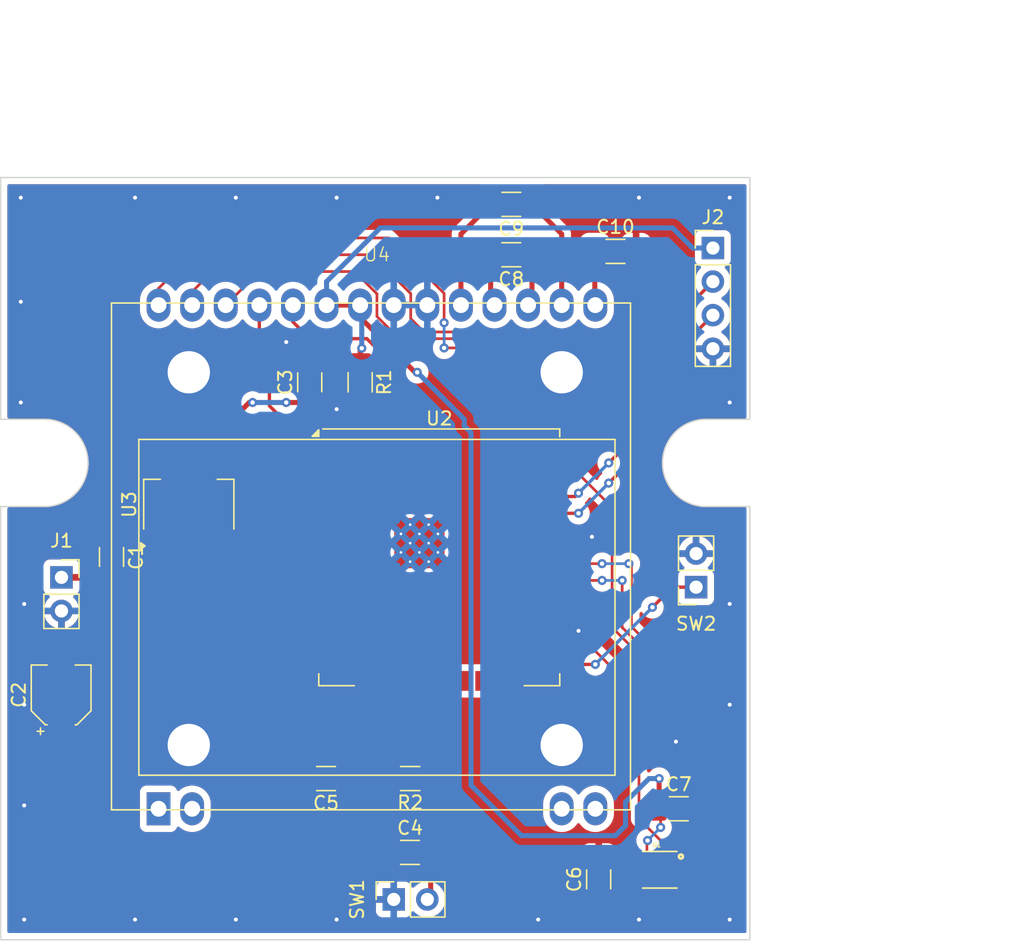
<source format=kicad_pcb>
(kicad_pcb (version 20240108) (generator "pcbnew") (generator_version "8.0")
  (title_block (title "Enter Title On Page Setting Dialog") (rev "1") (company "Ashton Johnson"))
  (layers (0 "F.Cu" signal) (31 "B.Cu" signal) (35 "F.Paste" user) (36 "B.SilkS" user "B.Silkscreen") (37 "F.SilkS" user "F.Silkscreen") (38 "B.Mask" user) (39 "F.Mask" user) (44 "Edge.Cuts" user))
  (net 0 "")
  (net 1 "Net-(U1-SDI)")
  (net 2 "Net-(U1-SCK)")
  (net 3 "Net-(U1-SDO)")
  (net 4 "GND")
  (net 5 "Net-(U1-CSB)")
  (net 6 "+3V3")
  (net 8 "Net-(U4-VB0+)")
  (net 10 "Net-(U4-VB0-)")
  (net 11 "Net-(U4-VB1+)")
  (net 13 "Net-(U4-VB1-)")
  (net 15 "Net-(U4-VLCD)")
  (net 17 "Net-(J2-Pin_3)")
  (net 18 "Net-(J2-Pin_2)")
  (net 20 "Net-(U2-IO15)")
  (net 21 "Net-(U2-EN)")
  (net 31 "Net-(U2-IO14)")
  (net 32 "Net-(U2-IO0)")
  (net 36 "Net-(U2-IO17)")
  (net 37 "+5V")
  (net 39 "Net-(U2-IO16)")
  (net 40 "Net-(U2-IO13)")
  (net 43 "Net-(C4-Pad2)")
  (footprint "Resistor_SMD:R_1206_3216Metric_Pad1.30x1.75mm_HandSolder" (layer "F.Cu") (at 130.962 87.808 180)
    (property "Reference" "R2" (at 0 -1.82 0) (layer "F.SilkS"))
    (property "Value" "10")
    (fp_line (start -0.727064 0.91) (end 0.727064 0.91) (stroke (width 0.12)) (layer "F.SilkS"))
    (fp_line (start -0.727064 -0.91) (end 0.727064 -0.91) (stroke (width 0.12)) (layer "F.SilkS"))
    (pad "1" smd roundrect (at -1.55 0 180) (size 1.3 1.75) (layers "F.Cu" "F.Paste" "F.Mask") (roundrect_rratio 0.192308) (net 43 "Net-(C4-Pad2)"))
    (pad "2" smd roundrect (at 1.55 0 180) (size 1.3 1.75) (layers "F.Cu" "F.Paste" "F.Mask") (roundrect_rratio 0.192308) (net 21 "Net-(U2-EN)"))
  )
  (footprint "Capacitor_SMD:C_1206_3216Metric_Pad1.33x1.80mm_HandSolder" (layer "F.Cu") (at 138.608 44.374 180)
    (property "Reference" "C9" (at 0 -1.85 0) (layer "F.SilkS"))
    (property "Value" "1 uF")
    (fp_line (start -0.711252 0.91) (end 0.711252 0.91) (stroke (width 0.12)) (layer "F.SilkS"))
    (fp_line (start -0.711252 -0.91) (end 0.711252 -0.91) (stroke (width 0.12)) (layer "F.SilkS"))
    (pad "1" smd roundrect (at -1.5625 0 180) (size 1.325 1.8) (layers "F.Cu" "F.Paste" "F.Mask") (roundrect_rratio 0.188679) (net 13 "Net-(U4-VB1-)"))
    (pad "2" smd roundrect (at 1.5625 0 180) (size 1.325 1.8) (layers "F.Cu" "F.Paste" "F.Mask") (roundrect_rratio 0.188679) (net 11 "Net-(U4-VB1+)"))
  )
  (footprint "MountingHole:MountingHole_3.2mm_M3_ISO7380" (layer "F.Cu") (at 142.418 85.268)
    (property "Reference" "MH4" (hide yes))
    (property "Value" "MountingHole_3.2mm_M3_ISO7380" (hide yes))
    (pad "" np_thru_hole circle (at 0 0) (size 3.2 3.2) (drill 3.2) (layers "*.Cu" "*.Mask"))
  )
  (footprint "Connector_PinSocket_2.54mm:PinSocket_1x02_P2.54mm_Vertical" (layer "F.Cu") (at 129.718 96.952 90)
    (property "Reference" "SW1" (at 0 -2.77 90) (layer "F.SilkS"))
    (property "Value" "SW_Push")
    (fp_line (start 1.33 -1.33) (end 1.33 0) (stroke (width 0.12)) (layer "F.SilkS"))
    (fp_line (start 0 -1.33) (end 1.33 -1.33) (stroke (width 0.12)) (layer "F.SilkS"))
    (fp_line (start 1.33 1.27) (end 1.33 3.87) (stroke (width 0.12)) (layer "F.SilkS"))
    (fp_line (start -1.33 1.27) (end 1.33 1.27) (stroke (width 0.12)) (layer "F.SilkS"))
    (fp_line (start -1.33 1.27) (end -1.33 3.87) (stroke (width 0.12)) (layer "F.SilkS"))
    (fp_line (start -1.33 3.87) (end 1.33 3.87) (stroke (width 0.12)) (layer "F.SilkS"))
    (pad "1" thru_hole rect (at 0 0 90) (size 1.7 1.7) (drill 1) (layers "*.Cu" "*.Mask") (net 4 "GND"))
    (pad "2" thru_hole oval (at 0 2.54 90) (size 1.7 1.7) (drill 1) (layers "*.Cu" "*.Mask") (net 43 "Net-(C4-Pad2)"))
  )
  (footprint "Capacitor_SMD:CP_Elec_4x5.4" (layer "F.Cu") (at 104.572 81.48 90)
    (property "Reference" "C2" (at 0 -3.2 90) (layer "F.SilkS"))
    (property "Value" "22 uF")
    (fp_line (start 2.26 -2.26) (end 2.26 -1.06) (stroke (width 0.12)) (layer "F.SilkS"))
    (fp_line (start -1.195563 -2.26) (end 2.26 -2.26) (stroke (width 0.12)) (layer "F.SilkS"))
    (fp_line (start -2.75 -1.81) (end -2.75 -1.31) (stroke (width 0.12)) (layer "F.SilkS"))
    (fp_line (start -3 -1.56) (end -2.5 -1.56) (stroke (width 0.12)) (layer "F.SilkS"))
    (fp_line (start -2.26 -1.195563) (end -1.195563 -2.26) (stroke (width 0.12)) (layer "F.SilkS"))
    (fp_line (start -2.26 -1.195563) (end -2.26 -1.06) (stroke (width 0.12)) (layer "F.SilkS"))
    (fp_line (start -2.26 1.195563) (end -2.26 1.06) (stroke (width 0.12)) (layer "F.SilkS"))
    (fp_line (start -2.26 1.195563) (end -1.195563 2.26) (stroke (width 0.12)) (layer "F.SilkS"))
    (fp_line (start 2.26 2.26) (end 2.26 1.06) (stroke (width 0.12)) (layer "F.SilkS"))
    (fp_line (start -1.195563 2.26) (end 2.26 2.26) (stroke (width 0.12)) (layer "F.SilkS"))
    (pad "1" smd roundrect (at -1.8 0 90) (size 2.6 1.6) (layers "F.Cu" "F.Paste" "F.Mask") (roundrect_rratio 0.15625) (net 6 "+3V3"))
    (pad "2" smd roundrect (at 1.8 0 90) (size 2.6 1.6) (layers "F.Cu" "F.Paste" "F.Mask") (roundrect_rratio 0.15625) (net 4 "GND"))
  )
  (footprint "Capacitor_SMD:C_1206_3216Metric_Pad1.33x1.80mm_HandSolder" (layer "F.Cu") (at 151.2695 90.094)
    (property "Reference" "C7" (at 0 -1.85 0) (layer "F.SilkS"))
    (property "Value" "100 nF")
    (fp_line (start -0.711252 -0.91) (end 0.711252 -0.91) (stroke (width 0.12)) (layer "F.SilkS"))
    (fp_line (start -0.711252 0.91) (end 0.711252 0.91) (stroke (width 0.12)) (layer "F.SilkS"))
    (pad "1" smd roundrect (at -1.5625 0) (size 1.325 1.8) (layers "F.Cu" "F.Paste" "F.Mask") (roundrect_rratio 0.188679) (net 6 "+3V3"))
    (pad "2" smd roundrect (at 1.5625 0) (size 1.325 1.8) (layers "F.Cu" "F.Paste" "F.Mask") (roundrect_rratio 0.188679) (net 4 "GND"))
  )
  (footprint "MountingHole:MountingHole_3.2mm_M3_ISO7380" (layer "F.Cu") (at 114.224 85.268)
    (property "Reference" "MH2" (hide yes))
    (property "Value" "MountingHole_3.2mm_M3_ISO7380" (hide yes))
    (pad "" np_thru_hole circle (at 0 0) (size 3.2 3.2) (drill 3.2) (layers "*.Cu" "*.Mask"))
  )
  (footprint "gos:PSON65P250X250X100-8N" (layer "F.Cu") (at 149.83 94.707)
    (property "Reference" "U1" (at -0.235245 -1.866763 0) (layer "F.SilkS") (effects (font (size 0.321721 0.321721) (thickness 0.08043))))
    (property "Value" "BME280")
    (fp_line (start -1.3 -1.385) (end 1.3 -1.385) (stroke (width 0.127)) (layer "F.SilkS"))
    (fp_line (start -1.3 1.385) (end 1.3 1.385) (stroke (width 0.127)) (layer "F.SilkS"))
    (fp_circle (center 1.6 -1) (end 1.65 -1) (stroke (width 0.2)) (fill none) (layer "F.SilkS"))
    (pad "1" smd roundrect (at 0.97 -0.975) (size 0.49 0.45) (layers "F.Cu" "F.Paste" "F.Mask") (roundrect_rratio 0.125) (net 4 "GND"))
    (pad "2" smd roundrect (at 0.97 -0.325) (size 0.49 0.45) (layers "F.Cu" "F.Paste" "F.Mask") (roundrect_rratio 0.125) (net 5 "Net-(U1-CSB)"))
    (pad "3" smd roundrect (at 0.97 0.325) (size 0.49 0.45) (layers "F.Cu" "F.Paste" "F.Mask") (roundrect_rratio 0.125) (net 1 "Net-(U1-SDI)"))
    (pad "4" smd roundrect (at 0.97 0.975) (size 0.49 0.45) (layers "F.Cu" "F.Paste" "F.Mask") (roundrect_rratio 0.125) (net 2 "Net-(U1-SCK)"))
    (pad "5" smd roundrect (at -0.97 0.975) (size 0.49 0.45) (layers "F.Cu" "F.Paste" "F.Mask") (roundrect_rratio 0.125) (net 3 "Net-(U1-SDO)"))
    (pad "6" smd roundrect (at -0.97 0.325) (size 0.49 0.45) (layers "F.Cu" "F.Paste" "F.Mask") (roundrect_rratio 0.125) (net 6 "+3V3"))
    (pad "7" smd roundrect (at -0.97 -0.325) (size 0.49 0.45) (layers "F.Cu" "F.Paste" "F.Mask") (roundrect_rratio 0.125) (net 4 "GND"))
    (pad "8" smd roundrect (at -0.97 -0.975) (size 0.49 0.45) (layers "F.Cu" "F.Paste" "F.Mask") (roundrect_rratio 0.125) (net 6 "+3V3"))
  )
  (footprint "Resistor_SMD:R_1206_3216Metric_Pad1.30x1.75mm_HandSolder" (layer "F.Cu") (at 127.178 57.836 -90)
    (property "Reference" "R1" (at 0 -1.82 90) (layer "F.SilkS"))
    (property "Value" "10k")
    (fp_line (start -0.727064 0.91) (end 0.727064 0.91) (stroke (width 0.12)) (layer "F.SilkS"))
    (fp_line (start -0.727064 -0.91) (end 0.727064 -0.91) (stroke (width 0.12)) (layer "F.SilkS"))
    (pad "1" smd roundrect (at -1.55 0 270) (size 1.3 1.75) (layers "F.Cu" "F.Paste" "F.Mask") (roundrect_rratio 0.192308) (net 6 "+3V3"))
    (pad "2" smd roundrect (at 1.55 0 270) (size 1.3 1.75) (layers "F.Cu" "F.Paste" "F.Mask") (roundrect_rratio 0.192308) (net 21 "Net-(U2-EN)"))
  )
  (footprint "Connector_PinHeader_2.54mm:PinHeader_1x04_P2.54mm_Vertical" (layer "F.Cu") (at 153.848 47.676)
    (property "Reference" "J2" (at 0 -2.33 0) (layer "F.SilkS"))
    (property "Value" "UART")
    (fp_line (start -1.33 -1.33) (end 0 -1.33) (stroke (width 0.12)) (layer "F.SilkS"))
    (fp_line (start -1.33 0) (end -1.33 -1.33) (stroke (width 0.12)) (layer "F.SilkS"))
    (fp_line (start -1.33 1.27) (end -1.33 8.95) (stroke (width 0.12)) (layer "F.SilkS"))
    (fp_line (start -1.33 1.27) (end 1.33 1.27) (stroke (width 0.12)) (layer "F.SilkS"))
    (fp_line (start -1.33 8.95) (end 1.33 8.95) (stroke (width 0.12)) (layer "F.SilkS"))
    (fp_line (start 1.33 1.27) (end 1.33 8.95) (stroke (width 0.12)) (layer "F.SilkS"))
    (pad "1" thru_hole rect (at 0 0) (size 1.7 1.7) (drill 1) (layers "*.Cu" "*.Mask") (net 6 "+3V3"))
    (pad "2" thru_hole oval (at 0 2.54) (size 1.7 1.7) (drill 1) (layers "*.Cu" "*.Mask") (net 18 "Net-(J2-Pin_2)"))
    (pad "3" thru_hole oval (at 0 5.08) (size 1.7 1.7) (drill 1) (layers "*.Cu" "*.Mask") (net 17 "Net-(J2-Pin_3)"))
    (pad "4" thru_hole oval (at 0 7.62) (size 1.7 1.7) (drill 1) (layers "*.Cu" "*.Mask") (net 4 "GND"))
  )
  (footprint "Capacitor_SMD:C_1206_3216Metric_Pad1.33x1.80mm_HandSolder" (layer "F.Cu") (at 124.5995 87.808 180)
    (property "Reference" "C5" (at 0 -1.85 0) (layer "F.SilkS"))
    (property "Value" "1 uF")
    (fp_line (start -0.711252 0.91) (end 0.711252 0.91) (stroke (width 0.12)) (layer "F.SilkS"))
    (fp_line (start -0.711252 -0.91) (end 0.711252 -0.91) (stroke (width 0.12)) (layer "F.SilkS"))
    (pad "1" smd roundrect (at -1.5625 0 180) (size 1.325 1.8) (layers "F.Cu" "F.Paste" "F.Mask") (roundrect_rratio 0.188679) (net 21 "Net-(U2-EN)"))
    (pad "2" smd roundrect (at 1.5625 0 180) (size 1.325 1.8) (layers "F.Cu" "F.Paste" "F.Mask") (roundrect_rratio 0.188679) (net 4 "GND"))
  )
  (footprint "Capacitor_SMD:C_1206_3216Metric_Pad1.33x1.80mm_HandSolder" (layer "F.Cu") (at 138.608 48.184 180)
    (property "Reference" "C8" (at 0 -1.85 0) (layer "F.SilkS"))
    (property "Value" "1 uF")
    (fp_line (start -0.711252 0.91) (end 0.711252 0.91) (stroke (width 0.12)) (layer "F.SilkS"))
    (fp_line (start -0.711252 -0.91) (end 0.711252 -0.91) (stroke (width 0.12)) (layer "F.SilkS"))
    (pad "1" smd roundrect (at -1.5625 0 180) (size 1.325 1.8) (layers "F.Cu" "F.Paste" "F.Mask") (roundrect_rratio 0.188679) (net 10 "Net-(U4-VB0-)"))
    (pad "2" smd roundrect (at 1.5625 0 180) (size 1.325 1.8) (layers "F.Cu" "F.Paste" "F.Mask") (roundrect_rratio 0.188679) (net 8 "Net-(U4-VB0+)"))
  )
  (footprint "Capacitor_SMD:C_1206_3216Metric_Pad1.33x1.80mm_HandSolder" (layer "F.Cu") (at 130.9495 93.396)
    (property "Reference" "C4" (at 0 -1.85 0) (layer "F.SilkS"))
    (property "Value" "100 nF")
    (fp_line (start -0.711252 -0.91) (end 0.711252 -0.91) (stroke (width 0.12)) (layer "F.SilkS"))
    (fp_line (start -0.711252 0.91) (end 0.711252 0.91) (stroke (width 0.12)) (layer "F.SilkS"))
    (pad "1" smd roundrect (at -1.5625 0) (size 1.325 1.8) (layers "F.Cu" "F.Paste" "F.Mask") (roundrect_rratio 0.188679) (net 4 "GND"))
    (pad "2" smd roundrect (at 1.5625 0) (size 1.325 1.8) (layers "F.Cu" "F.Paste" "F.Mask") (roundrect_rratio 0.188679) (net 43 "Net-(C4-Pad2)"))
  )
  (footprint "Package_TO_SOT_SMD:SOT-223-3_TabPin2" (layer "F.Cu") (at 114.224 67.082 90)
    (property "Reference" "U3" (at 0 -4.5 90) (layer "F.SilkS"))
    (property "Value" "LD1117S33TR_SOT223")
    (fp_line (start 1.91 -3.41) (end 1.91 -2.15) (stroke (width 0.12)) (layer "F.SilkS"))
    (fp_line (start -1.85 -3.41) (end 1.91 -3.41) (stroke (width 0.12)) (layer "F.SilkS"))
    (fp_line (start 1.91 3.41) (end 1.91 2.15) (stroke (width 0.12)) (layer "F.SilkS"))
    (fp_line (start -1.85 3.41) (end 1.91 3.41) (stroke (width 0.12)) (layer "F.SilkS"))
    (fp_poly (pts (xy -3.13 -3.31) (xy -3.37 -3.64) (xy -2.89 -3.64) (xy -3.13 -3.31)) (stroke (width 0.12)) (fill solid) (layer "F.SilkS"))
    (pad "1" smd roundrect (at -3.15 -2.3 90) (size 2 1.5) (layers "F.Cu" "F.Paste" "F.Mask") (net 4 "GND"))
    (pad "2" smd roundrect (at -3.15 0 90) (size 2 1.5) (layers "F.Cu" "F.Paste" "F.Mask") (net 6 "+3V3"))
    (pad "2" smd roundrect (at 3.15 0 90) (size 2 3.8) (layers "F.Cu" "F.Paste" "F.Mask") (net 6 "+3V3"))
    (pad "3" smd roundrect (at -3.15 2.3 90) (size 2 1.5) (layers "F.Cu" "F.Paste" "F.Mask") (net 37 "+5V"))
  )
  (footprint "gos:DOGS102-6" (layer "F.Cu") (at 128.448 71.044)
    (property "Reference" "U4" (at 0 -22.86 0) (layer "F.SilkS") (effects (font (thickness 0.1))))
    (property "Value" "~")
    (fp_line (start -20.07 -19.21) (end 19.17 -19.21) (stroke (width 0.12)) (layer "F.SilkS"))
    (fp_line (start -20.07 19.13) (end -20.07 -19.21) (stroke (width 0.12)) (layer "F.SilkS"))
    (fp_line (start -18 -8.89) (end 18 -8.89) (stroke (width 0.12)) (layer "F.SilkS"))
    (fp_line (start -18 16.51) (end -18 -8.89) (stroke (width 0.12)) (layer "F.SilkS"))
    (fp_line (start 18 -8.89) (end 18 16.51) (stroke (width 0.12)) (layer "F.SilkS"))
    (fp_line (start 18 16.51) (end -18 16.51) (stroke (width 0.12)) (layer "F.SilkS"))
    (fp_line (start 19.17 -19.21) (end 19.17 19.13) (stroke (width 0.12)) (layer "F.SilkS"))
    (fp_line (start 19.17 19.13) (end -20.07 19.13) (stroke (width 0.12)) (layer "F.SilkS"))
    (pad "1" thru_hole rect (at -16.51 19.05 180) (size 1.8 2.5) (drill 1.2) (layers "*.Cu" "*.Mask"))
    (pad "2" thru_hole oval (at -13.97 19.05 180) (size 1.8 2.5) (drill 1.2) (layers "*.Cu" "*.Mask"))
    (pad "13" thru_hole oval (at 13.97 19.05 180) (size 1.8 2.5) (drill 1.2) (layers "*.Cu" "*.Mask"))
    (pad "14" thru_hole oval (at 16.51 19.05 180) (size 1.8 2.5) (drill 1.2) (layers "*.Cu" "*.Mask"))
    (pad "15" thru_hole oval (at 16.51 -19.05 180) (size 1.8 2.5) (drill 1.2) (layers "*.Cu" "*.Mask") (net 15 "Net-(U4-VLCD)"))
    (pad "16" thru_hole oval (at 13.97 -19.05 180) (size 1.8 2.5) (drill 1.2) (layers "*.Cu" "*.Mask") (net 13 "Net-(U4-VB1-)"))
    (pad "17" thru_hole oval (at 11.43 -19.05 180) (size 1.8 2.5) (drill 1.2) (layers "*.Cu" "*.Mask") (net 10 "Net-(U4-VB0-)"))
    (pad "18" thru_hole oval (at 8.89 -19.05 180) (size 1.8 2.5) (drill 1.2) (layers "*.Cu" "*.Mask") (net 8 "Net-(U4-VB0+)"))
    (pad "19" thru_hole oval (at 6.35 -19.05 180) (size 1.8 2.5) (drill 1.2) (layers "*.Cu" "*.Mask") (net 11 "Net-(U4-VB1+)"))
    (pad "20" thru_hole oval (at 3.81 -19.05 180) (size 1.8 2.5) (drill 1.2) (layers "*.Cu" "*.Mask") (net 4 "GND"))
    (pad "21" thru_hole oval (at 1.27 -19.05 180) (size 1.8 2.5) (drill 1.2) (layers "*.Cu" "*.Mask") (net 4 "GND"))
    (pad "22" thru_hole oval (at -1.27 -19.05 180) (size 1.8 2.5) (drill 1.2) (layers "*.Cu" "*.Mask") (net 6 "+3V3"))
    (pad "23" thru_hole oval (at -3.81 -19.05 180) (size 1.8 2.5) (drill 1.2) (layers "*.Cu" "*.Mask") (net 6 "+3V3"))
    (pad "24" thru_hole oval (at -6.35 -19.05 180) (size 1.8 2.5) (drill 1.2) (layers "*.Cu" "*.Mask") (net 40 "Net-(U2-IO13)"))
    (pad "25" thru_hole oval (at -8.89 -19.05 180) (size 1.8 2.5) (drill 1.2) (layers "*.Cu" "*.Mask") (net 31 "Net-(U2-IO14)"))
    (pad "26" thru_hole oval (at -11.43 -19.05 180) (size 1.8 2.5) (drill 1.2) (layers "*.Cu" "*.Mask") (net 39 "Net-(U2-IO16)"))
    (pad "27" thru_hole oval (at -13.97 -19.05 180) (size 1.8 2.5) (drill 1.2) (layers "*.Cu" "*.Mask") (net 36 "Net-(U2-IO17)"))
    (pad "28" thru_hole oval (at -16.51 -19.05 180) (size 1.8 2.5) (drill 1.2) (layers "*.Cu" "*.Mask") (net 20 "Net-(U2-IO15)"))
  )
  (footprint "Capacitor_SMD:C_1206_3216Metric_Pad1.33x1.80mm_HandSolder" (layer "F.Cu") (at 123.368 57.836 90)
    (property "Reference" "C3" (at 0 -1.85 90) (layer "F.SilkS"))
    (property "Value" "100 nF")
    (fp_line (start -0.711252 -0.91) (end 0.711252 -0.91) (stroke (width 0.12)) (layer "F.SilkS"))
    (fp_line (start -0.711252 0.91) (end 0.711252 0.91) (stroke (width 0.12)) (layer "F.SilkS"))
    (pad "1" smd roundrect (at -1.5625 0 90) (size 1.325 1.8) (layers "F.Cu" "F.Paste" "F.Mask") (roundrect_rratio 0.188679) (net 6 "+3V3"))
    (pad "2" smd roundrect (at 1.5625 0 90) (size 1.325 1.8) (layers "F.Cu" "F.Paste" "F.Mask") (roundrect_rratio 0.188679) (net 4 "GND"))
  )
  (footprint "Capacitor_SMD:C_1206_3216Metric_Pad1.33x1.80mm_HandSolder" (layer "F.Cu") (at 146.482 47.93)
    (property "Reference" "C10" (at 0 -1.85 0) (layer "F.SilkS"))
    (property "Value" "1 uF")
    (fp_line (start -0.711252 -0.91) (end 0.711252 -0.91) (stroke (width 0.12)) (layer "F.SilkS"))
    (fp_line (start -0.711252 0.91) (end 0.711252 0.91) (stroke (width 0.12)) (layer "F.SilkS"))
    (pad "1" smd roundrect (at -1.5625 0) (size 1.325 1.8) (layers "F.Cu" "F.Paste" "F.Mask") (roundrect_rratio 0.188679) (net 15 "Net-(U4-VLCD)"))
    (pad "2" smd roundrect (at 1.5625 0) (size 1.325 1.8) (layers "F.Cu" "F.Paste" "F.Mask") (roundrect_rratio 0.188679) (net 4 "GND"))
  )
  (footprint "Connector_PinSocket_2.54mm:PinSocket_1x02_P2.54mm_Vertical" (layer "F.Cu") (at 104.597 72.588)
    (property "Reference" "J1" (at 0 -2.77 0) (layer "F.SilkS"))
    (property "Value" "Power")
    (fp_line (start -1.33 1.27) (end -1.33 3.87) (stroke (width 0.12)) (layer "F.SilkS"))
    (fp_line (start -1.33 1.27) (end 1.33 1.27) (stroke (width 0.12)) (layer "F.SilkS"))
    (fp_line (start -1.33 3.87) (end 1.33 3.87) (stroke (width 0.12)) (layer "F.SilkS"))
    (fp_line (start 0 -1.33) (end 1.33 -1.33) (stroke (width 0.12)) (layer "F.SilkS"))
    (fp_line (start 1.33 -1.33) (end 1.33 0) (stroke (width 0.12)) (layer "F.SilkS"))
    (fp_line (start 1.33 1.27) (end 1.33 3.87) (stroke (width 0.12)) (layer "F.SilkS"))
    (pad "1" thru_hole rect (at 0 0) (size 1.7 1.7) (drill 1) (layers "*.Cu" "*.Mask") (net 37 "+5V"))
    (pad "2" thru_hole oval (at 0 2.54) (size 1.7 1.7) (drill 1) (layers "*.Cu" "*.Mask") (net 4 "GND"))
  )
  (footprint "Capacitor_SMD:C_1206_3216Metric_Pad1.33x1.80mm_HandSolder" (layer "F.Cu") (at 108.382 71.044 -90)
    (property "Reference" "C1" (at 0 -1.85 90) (layer "F.SilkS"))
    (property "Value" ".1 uF")
    (fp_line (start -0.711252 0.91) (end 0.711252 0.91) (stroke (width 0.12)) (layer "F.SilkS"))
    (fp_line (start -0.711252 -0.91) (end 0.711252 -0.91) (stroke (width 0.12)) (layer "F.SilkS"))
    (pad "1" smd roundrect (at -1.5625 0 270) (size 1.325 1.8) (layers "F.Cu" "F.Paste" "F.Mask") (roundrect_rratio 0.188679) (net 37 "+5V"))
    (pad "2" smd roundrect (at 1.5625 0 270) (size 1.325 1.8) (layers "F.Cu" "F.Paste" "F.Mask") (roundrect_rratio 0.188679) (net 4 "GND"))
  )
  (footprint "Connector_PinSocket_2.54mm:PinSocket_1x02_P2.54mm_Vertical" (layer "F.Cu") (at 152.578 73.33 180)
    (property "Reference" "SW2" (at 0 -2.77 0) (layer "F.SilkS"))
    (property "Value" "BOOT")
    (fp_line (start 1.33 1.27) (end 1.33 3.87) (stroke (width 0.12)) (layer "F.SilkS"))
    (fp_line (start 1.33 -1.33) (end 1.33 0) (stroke (width 0.12)) (layer "F.SilkS"))
    (fp_line (start 0 -1.33) (end 1.33 -1.33) (stroke (width 0.12)) (layer "F.SilkS"))
    (fp_line (start -1.33 3.87) (end 1.33 3.87) (stroke (width 0.12)) (layer "F.SilkS"))
    (fp_line (start -1.33 1.27) (end 1.33 1.27) (stroke (width 0.12)) (layer "F.SilkS"))
    (fp_line (start -1.33 1.27) (end -1.33 3.87) (stroke (width 0.12)) (layer "F.SilkS"))
    (pad "1" thru_hole rect (at 0 0 180) (size 1.7 1.7) (drill 1) (layers "*.Cu" "*.Mask") (net 32 "Net-(U2-IO0)"))
    (pad "2" thru_hole oval (at 0 2.54 180) (size 1.7 1.7) (drill 1) (layers "*.Cu" "*.Mask") (net 4 "GND"))
  )
  (footprint "MountingHole:MountingHole_3.2mm_M3_ISO7380" (layer "F.Cu") (at 142.418 57.074)
    (property "Reference" "MH3" (hide yes))
    (property "Value" "MountingHole_3.2mm_M3_ISO7380" (hide yes))
    (pad "" np_thru_hole circle (at 0 0) (size 3.2 3.2) (drill 3.2) (layers "*.Cu" "*.Mask"))
  )
  (footprint "MountingHole:MountingHole_3.2mm_M3_ISO7380" (layer "F.Cu") (at 114.224 57.074)
    (property "Reference" "MH1" (hide yes))
    (property "Value" "MountingHole_3.2mm_M3_ISO7380" (hide yes))
    (pad "" np_thru_hole circle (at 0 0) (size 3.2 3.2) (drill 3.2) (layers "*.Cu" "*.Mask"))
  )
  (footprint "Capacitor_SMD:C_1206_3216Metric_Pad1.33x1.80mm_HandSolder" (layer "F.Cu") (at 145.212 95.428 90)
    (property "Reference" "C6" (at 0 -1.85 90) (layer "F.SilkS"))
    (property "Value" "100 nF")
    (fp_line (start -0.711252 -0.91) (end 0.711252 -0.91) (stroke (width 0.12)) (layer "F.SilkS"))
    (fp_line (start -0.711252 0.91) (end 0.711252 0.91) (stroke (width 0.12)) (layer "F.SilkS"))
    (pad "1" smd roundrect (at -1.5625 0 90) (size 1.325 1.8) (layers "F.Cu" "F.Paste" "F.Mask") (roundrect_rratio 0.188679) (net 6 "+3V3"))
    (pad "2" smd roundrect (at 1.5625 0 90) (size 1.325 1.8) (layers "F.Cu" "F.Paste" "F.Mask") (roundrect_rratio 0.188679) (net 4 "GND"))
  )
  (footprint "RF_Module:ESP32-WROOM-32UE" (layer "F.Cu") (at 133.16 71.072)
    (property "Reference" "U2" (at 0 -10.5 0) (layer "F.SilkS"))
    (property "Value" "ESP32-WROOM-32UE")
    (fp_line (start -9.11 8.81) (end -9.11 9.71) (stroke (width 0.12)) (layer "F.SilkS"))
    (fp_line (start -9.11 9.71) (end -6.425 9.71) (stroke (width 0.12)) (layer "F.SilkS"))
    (fp_line (start -8.8 -9.71) (end 9.11 -9.71) (stroke (width 0.12)) (layer "F.SilkS"))
    (fp_line (start 6.425 9.71) (end 9.11 9.71) (stroke (width 0.12)) (layer "F.SilkS"))
    (fp_line (start 9.11 -9.71) (end 9.11 -9.12) (stroke (width 0.12)) (layer "F.SilkS"))
    (fp_line (start 9.11 8.81) (end 9.11 9.71) (stroke (width 0.12)) (layer "F.SilkS"))
    (fp_poly (pts (xy -9.11 -9.15) (xy -9.61 -9.15) (xy -9.11 -9.65) (xy -9.11 -9.15)) (stroke (width 0.12)) (fill solid) (layer "F.SilkS"))
    (pad "1" smd rect (at -8.75 -8.41) (size 1.5 0.9) (layers "F.Cu" "F.Paste" "F.Mask") (net 4 "GND"))
    (pad "2" smd rect (at -8.75 -7.14) (size 1.5 0.9) (layers "F.Cu" "F.Paste" "F.Mask") (net 6 "+3V3"))
    (pad "3" smd rect (at -8.75 -5.87) (size 1.5 0.9) (layers "F.Cu" "F.Paste" "F.Mask") (net 21 "Net-(U2-EN)"))
    (pad "4" smd rect (at -8.75 -4.6) (size 1.5 0.9) (layers "F.Cu" "F.Paste" "F.Mask"))
    (pad "5" smd rect (at -8.75 -3.33) (size 1.5 0.9) (layers "F.Cu" "F.Paste" "F.Mask"))
    (pad "6" smd rect (at -8.75 -2.06) (size 1.5 0.9) (layers "F.Cu" "F.Paste" "F.Mask"))
    (pad "7" smd rect (at -8.75 -0.79) (size 1.5 0.9) (layers "F.Cu" "F.Paste" "F.Mask"))
    (pad "8" smd rect (at -8.75 0.48) (size 1.5 0.9) (layers "F.Cu" "F.Paste" "F.Mask"))
    (pad "9" smd rect (at -8.75 1.75) (size 1.5 0.9) (layers "F.Cu" "F.Paste" "F.Mask"))
    (pad "10" smd rect (at -8.75 3.02) (size 1.5 0.9) (layers "F.Cu" "F.Paste" "F.Mask"))
    (pad "11" smd rect (at -8.75 4.29) (size 1.5 0.9) (layers "F.Cu" "F.Paste" "F.Mask"))
    (pad "12" smd rect (at -8.75 5.56) (size 1.5 0.9) (layers "F.Cu" "F.Paste" "F.Mask"))
    (pad "13" smd rect (at -8.75 6.83) (size 1.5 0.9) (layers "F.Cu" "F.Paste" "F.Mask") (net 31 "Net-(U2-IO14)"))
    (pad "14" smd rect (at -8.75 8.1) (size 1.5 0.9) (layers "F.Cu" "F.Paste" "F.Mask"))
    (pad "15" smd rect (at -5.715 9.35 90) (size 1.5 0.9) (layers "F.Cu" "F.Paste" "F.Mask") (net 4 "GND"))
    (pad "16" smd rect (at -4.445 9.35 90) (size 1.5 0.9) (layers "F.Cu" "F.Paste" "F.Mask") (net 40 "Net-(U2-IO13)"))
    (pad "17" smd rect (at -3.175 9.35 90) (size 1.5 0.9) (layers "F.Cu" "F.Paste" "F.Mask"))
    (pad "18" smd rect (at -1.905 9.35 90) (size 1.5 0.9) (layers "F.Cu" "F.Paste" "F.Mask"))
    (pad "19" smd rect (at -0.635 9.35 90) (size 1.5 0.9) (layers "F.Cu" "F.Paste" "F.Mask"))
    (pad "20" smd rect (at 0.635 9.35 90) (size 1.5 0.9) (layers "F.Cu" "F.Paste" "F.Mask"))
    (pad "21" smd rect (at 1.905 9.35 90) (size 1.5 0.9) (layers "F.Cu" "F.Paste" "F.Mask"))
    (pad "22" smd rect (at 3.175 9.35 90) (size 1.5 0.9) (layers "F.Cu" "F.Paste" "F.Mask"))
    (pad "23" smd rect (at 4.445 9.35 90) (size 1.5 0.9) (layers "F.Cu" "F.Paste" "F.Mask") (net 20 "Net-(U2-IO15)"))
    (pad "24" smd rect (at 5.715 9.35 90) (size 1.5 0.9) (layers "F.Cu" "F.Paste" "F.Mask"))
    (pad "25" smd rect (at 8.75 8.1) (size 1.5 0.9) (layers "F.Cu" "F.Paste" "F.Mask") (net 32 "Net-(U2-IO0)"))
    (pad "26" smd rect (at 8.75 6.83) (size 1.5 0.9) (layers "F.Cu" "F.Paste" "F.Mask"))
    (pad "27" smd rect (at 8.75 5.56) (size 1.5 0.9) (layers "F.Cu" "F.Paste" "F.Mask") (net 39 "Net-(U2-IO16)"))
    (pad "28" smd rect (at 8.75 4.29) (size 1.5 0.9) (layers "F.Cu" "F.Paste" "F.Mask") (net 36 "Net-(U2-IO17)"))
    (pad "29" smd rect (at 8.75 3.02) (size 1.5 0.9) (layers "F.Cu" "F.Paste" "F.Mask") (net 5 "Net-(U1-CSB)"))
    (pad "30" smd rect (at 8.75 1.75) (size 1.5 0.9) (layers "F.Cu" "F.Paste" "F.Mask") (net 2 "Net-(U1-SCK)"))
    (pad "31" smd rect (at 8.75 0.48) (size 1.5 0.9) (layers "F.Cu" "F.Paste" "F.Mask") (net 3 "Net-(U1-SDO)"))
    (pad "32" smd rect (at 8.75 -0.79) (size 1.5 0.9) (layers "F.Cu" "F.Paste" "F.Mask"))
    (pad "33" smd rect (at 8.75 -2.06) (size 1.5 0.9) (layers "F.Cu" "F.Paste" "F.Mask"))
    (pad "34" smd rect (at 8.75 -3.33) (size 1.5 0.9) (layers "F.Cu" "F.Paste" "F.Mask") (net 17 "Net-(J2-Pin_3)"))
    (pad "35" smd rect (at 8.75 -4.6) (size 1.5 0.9) (layers "F.Cu" "F.Paste" "F.Mask") (net 18 "Net-(J2-Pin_2)"))
    (pad "36" smd rect (at 8.75 -5.87) (size 1.5 0.9) (layers "F.Cu" "F.Paste" "F.Mask"))
    (pad "37" smd rect (at 8.75 -7.14) (size 1.5 0.9) (layers "F.Cu" "F.Paste" "F.Mask") (net 1 "Net-(U1-SDI)"))
    (pad "38" smd rect (at 8.75 -8.41) (size 1.5 0.9) (layers "F.Cu" "F.Paste" "F.Mask") (net 4 "GND"))
    (pad "39" smd rect (at -2.9 -2.47) (size 0.9 0.9) (layers "F.Cu" "F.Paste") (net 4 "GND"))
    (pad "39" thru_hole circle (at -2.9 -1.77) (size 0.6 0.6) (drill 0.2) (property pad_prop_heatsink) (layers "*.Cu" "F.Mask") (net 4 "GND"))
    (pad "39" smd rect (at -2.9 -1.07) (size 0.9 0.9) (layers "F.Cu" "F.Paste") (net 4 "GND"))
    (pad "39" thru_hole circle (at -2.9 -0.37) (size 0.6 0.6) (drill 0.2) (property pad_prop_heatsink) (layers "*.Cu" "F.Mask") (net 4 "GND"))
    (pad "39" smd rect (at -2.9 0.33) (size 0.9 0.9) (layers "F.Cu" "F.Paste") (net 4 "GND"))
    (pad "39" thru_hole circle (at -2.2 -2.47) (size 0.6 0.6) (drill 0.2) (property pad_prop_heatsink) (layers "*.Cu" "F.Mask") (net 4 "GND"))
    (pad "39" thru_hole circle (at -2.2 -1.07) (size 0.6 0.6) (drill 0.2) (property pad_prop_heatsink) (layers "*.Cu" "F.Mask") (net 4 "GND"))
    (pad "39" thru_hole circle (at -2.2 0.33) (size 0.6 0.6) (drill 0.2) (property pad_prop_heatsink) (layers "*.Cu" "F.Mask") (net 4 "GND"))
    (pad "39" smd rect (at -1.5 -2.47) (size 0.9 0.9) (layers "F.Cu" "F.Paste") (net 4 "GND"))
    (pad "39" thru_hole circle (at -1.5 -1.77) (size 0.6 0.6) (drill 0.2) (property pad_prop_heatsink) (layers "*.Cu" "F.Mask") (net 4 "GND"))
    (pad "39" smd rect (at -1.5 -1.07) (size 0.9 0.9) (layers "F.Cu" "F.Paste") (net 4 "GND"))
    (pad "39" smd rect (at -1.5 -1.07) (size 3.8 3.8) (layers "F.Cu" "F.Mask") (net 4 "GND"))
    (pad "39" thru_hole circle (at -1.5 -0.37) (size 0.6 0.6) (drill 0.2) (property pad_prop_heatsink) (layers "*.Cu" "F.Mask") (net 4 "GND"))
    (pad "39" smd rect (at -1.5 0.33) (size 0.9 0.9) (layers "F.Cu" "F.Paste") (net 4 "GND"))
    (pad "39" thru_hole circle (at -0.8 -2.47) (size 0.6 0.6) (drill 0.2) (property pad_prop_heatsink) (layers "*.Cu" "F.Mask") (net 4 "GND"))
    (pad "39" thru_hole circle (at -0.8 -1.07) (size 0.6 0.6) (drill 0.2) (property pad_prop_heatsink) (layers "*.Cu" "F.Mask") (net 4 "GND"))
    (pad "39" thru_hole circle (at -0.8 0.33) (size 0.6 0.6) (drill 0.2) (property pad_prop_heatsink) (layers "*.Cu" "F.Mask") (net 4 "GND"))
    (pad "39" smd rect (at -0.1 -2.47) (size 0.9 0.9) (layers "F.Cu" "F.Paste") (net 4 "GND"))
    (pad "39" thru_hole circle (at -0.1 -1.77) (size 0.6 0.6) (drill 0.2) (property pad_prop_heatsink) (layers "*.Cu" "F.Mask") (net 4 "GND"))
    (pad "39" smd rect (at -0.1 -1.07) (size 0.9 0.9) (layers "F.Cu" "F.Paste") (net 4 "GND"))
    (pad "39" thru_hole circle (at -0.1 -0.37) (size 0.6 0.6) (drill 0.2) (property pad_prop_heatsink) (layers "*.Cu" "F.Mask") (net 4 "GND"))
    (pad "39" smd rect (at -0.1 0.33) (size 0.9 0.9) (layers "F.Cu" "F.Paste") (net 4 "GND"))
  )
  (gr_line (start 100 60.63) (end 100 42.342) (stroke (width 0.1)) (layer "Edge.Cuts"))
  (gr_arc (start 153.34 67.234) (mid 150.038 63.932) (end 153.34 60.63) (stroke (width 0.1)) (layer "Edge.Cuts"))
  (gr_line (start 156.642 60.63) (end 156.642 42.342) (stroke (width 0.1)) (layer "Edge.Cuts"))
  (gr_line (start 100 100) (end 156.642 100) (stroke (width 0.1)) (layer "Edge.Cuts"))
  (gr_line (start 103.302 67.234) (end 100 67.234) (stroke (width 0.1)) (layer "Edge.Cuts"))
  (gr_arc (start 103.302 60.63) (mid 106.604 63.932) (end 103.302 67.234) (stroke (width 0.1)) (layer "Edge.Cuts"))
  (gr_line (start 153.34 67.234) (end 156.642 67.234) (stroke (width 0.1)) (layer "Edge.Cuts"))
  (gr_line (start 103.302 60.63) (end 100 60.63) (stroke (width 0.1)) (layer "Edge.Cuts"))
  (gr_line (start 100 67.234) (end 100 100) (stroke (width 0.1)) (layer "Edge.Cuts"))
  (gr_line (start 156.642 42.342) (end 100 42.342) (stroke (width 0.1)) (layer "Edge.Cuts"))
  (gr_line (start 153.34 60.63) (end 156.642 60.63) (stroke (width 0.1)) (layer "Edge.Cuts"))
  (gr_line (start 156.642 100) (end 156.642 67.234) (stroke (width 0.1)) (layer "Edge.Cuts"))
  (segment (start 150.8 95.032) (end 151.091504 95.032) (width 0.2032) (layer "F.Cu") (net 1))
  (segment (start 142.8632 63.932) (end 141.91 63.932) (width 0.2032) (layer "F.Cu") (net 1))
  (segment (start 154.356 84.506) (end 146.228 76.378) (width 0.2032) (layer "F.Cu") (net 1))
  (segment (start 151.091504 95.032) (end 154.356 91.767504) (width 0.2032) (layer "F.Cu") (net 1))
  (segment (start 154.356 91.767504) (end 154.356 84.506) (width 0.2032) (layer "F.Cu") (net 1))
  (segment (start 146.228 76.378) (end 146.228 67.2968) (width 0.2032) (layer "F.Cu") (net 1))
  (segment (start 146.228 67.2968) (end 142.8632 63.932) (width 0.2032) (layer "F.Cu") (net 1))
  (segment (start 154.8132 84.2012) (end 146.99 76.378) (width 0.2032) (layer "F.Cu") (net 2))
  (segment (start 154.8132 91.960304) (end 154.8132 84.2012) (width 0.2032) (layer "F.Cu") (net 2))
  (segment (start 146.99 76.378) (end 146.99 72.822) (width 0.2032) (layer "F.Cu") (net 2))
  (segment (start 145.466 72.822) (end 141.91 72.822) (width 0.2032) (layer "F.Cu") (net 2))
  (segment (start 151.091504 95.682) (end 154.8132 91.960304) (width 0.2032) (layer "F.Cu") (net 2))
  (via (at 145.466 72.822) (size 0.6858) (drill 0.3302) (layers "F.Cu" "B.Cu") (net 2))
  (via (at 146.99 72.822) (size 0.6858) (drill 0.3302) (layers "F.Cu" "B.Cu") (net 2))
  (segment (start 146.99 72.822) (end 145.466 72.822) (width 0.2032) (layer "B.Cu") (net 2))
  (segment (start 155.2704 83.8964) (end 147.6885 76.3145) (width 0.2032) (layer "F.Cu") (net 3))
  (segment (start 147.6885 76.3145) (end 147.6885 71.7425) (width 0.2032) (layer "F.Cu") (net 3))
  (segment (start 150.979504 96.444) (end 155.2704 92.153104) (width 0.2032) (layer "F.Cu") (net 3))
  (segment (start 145.466 71.552) (end 141.91 71.552) (width 0.2032) (layer "F.Cu") (net 3))
  (segment (start 155.2704 92.153104) (end 155.2704 83.8964) (width 0.2032) (layer "F.Cu") (net 3))
  (segment (start 148.86 95.682) (end 148.86 96.028) (width 0.2032) (layer "F.Cu") (net 3))
  (segment (start 149.276 96.444) (end 150.979504 96.444) (width 0.2032) (layer "F.Cu") (net 3))
  (segment (start 147.6885 71.7425) (end 147.498 71.552) (width 0.2032) (layer "F.Cu") (net 3))
  (segment (start 148.86 96.028) (end 149.276 96.444) (width 0.2032) (layer "F.Cu") (net 3))
  (via (at 147.498 71.552) (size 0.6858) (drill 0.3302) (layers "F.Cu" "B.Cu") (net 3))
  (via (at 145.466 71.552) (size 0.6858) (drill 0.3302) (layers "F.Cu" "B.Cu") (net 3))
  (segment (start 147.498 71.552) (end 145.466 71.552) (width 0.2032) (layer "B.Cu") (net 3))
  (segment (start 150.8 93.732) (end 151.226 93.732) (width 0.254) (layer "F.Cu") (net 4))
  (segment (start 151.226 93.732) (end 152.832 92.126) (width 0.254) (layer "F.Cu") (net 4))
  (segment (start 147.4595 93.8655) (end 145.212 93.8655) (width 0.254) (layer "F.Cu") (net 4))
  (segment (start 148.86 94.382) (end 147.976 94.382) (width 0.254) (layer "F.Cu") (net 4))
  (segment (start 152.832 92.126) (end 152.832 90.094) (width 0.254) (layer "F.Cu") (net 4))
  (segment (start 147.976 94.382) (end 147.4595 93.8655) (width 0.254) (layer "F.Cu") (net 4))
  (via (at 125.4 98.476) (size 0.6) (drill 0.3) (layers "F.Cu" "B.Cu") (net 4))
  (via (at 101.524 43.866) (size 0.6) (drill 0.3) (layers "F.Cu" "B.Cu") (net 4))
  (via (at 155.118 74.6) (size 0.6) (drill 0.3) (layers "F.Cu" "B.Cu") (net 4))
  (via (at 143.688 76.632) (size 0.6) (drill 0.3) (layers "F.Cu" "B.Cu") (net 4))
  (via (at 148.26 43.866) (size 0.6) (drill 0.3) (layers "F.Cu" "B.Cu") (net 4))
  (via (at 101.778 98.476) (size 0.6) (drill 0.3) (layers "F.Cu" "B.Cu") (net 4))
  (via (at 117.78 43.866) (size 0.6) (drill 0.3) (layers "F.Cu" "B.Cu") (net 4))
  (via (at 101.524 59.36) (size 0.6) (drill 0.3) (layers "F.Cu" "B.Cu") (net 4))
  (via (at 110.16 98.476) (size 0.6) (drill 0.3) (layers "F.Cu" "B.Cu") (net 4))
  (via (at 125.4 59.868) (size 0.6) (drill 0.3) (layers "F.Cu" "B.Cu") (net 4))
  (via (at 121.59 54.788) (size 0.6) (drill 0.3) (layers "F.Cu" "B.Cu") (net 4))
  (via (at 151.054 85.014) (size 0.6) (drill 0.3) (layers "F.Cu" "B.Cu") (net 4))
  (via (at 155.118 59.36) (size 0.6) (drill 0.3) (layers "F.Cu" "B.Cu") (net 4))
  (via (at 155.118 43.866) (size 0.6) (drill 0.3) (layers "F.Cu" "B.Cu") (net 4))
  (via (at 117.78 98.476) (size 0.6) (drill 0.3) (layers "F.Cu" "B.Cu") (net 4))
  (via (at 101.778 82.22) (size 0.6) (drill 0.3) (layers "F.Cu" "B.Cu") (net 4))
  (via (at 125.4 43.866) (size 0.6) (drill 0.3) (layers "F.Cu" "B.Cu") (net 4))
  (via (at 140.64 98.476) (size 0.6) (drill 0.3) (layers "F.Cu" "B.Cu") (net 4))
  (via (at 133.02 43.866) (size 0.6) (drill 0.3) (layers "F.Cu" "B.Cu") (net 4))
  (via (at 101.778 89.84) (size 0.6) (drill 0.3) (layers "F.Cu" "B.Cu") (net 4))
  (via (at 148.26 98.476) (size 0.6) (drill 0.3) (layers "F.Cu" "B.Cu") (net 4))
  (via (at 110.16 43.866) (size 0.6) (drill 0.3) (layers "F.Cu" "B.Cu") (net 4))
  (via (at 101.524 51.74) (size 0.6) (drill 0.3) (layers "F.Cu" "B.Cu") (net 4))
  (via (at 144.704 69.52) (size 0.6) (drill 0.3) (layers "F.Cu" "B.Cu") (net 4))
  (via (at 101.778 74.6) (size 0.6) (drill 0.3) (layers "F.Cu" "B.Cu") (net 4))
  (via (at 155.118 82.22) (size 0.6) (drill 0.3) (layers "F.Cu" "B.Cu") (net 4))
  (via (at 155.118 98.476) (size 0.6) (drill 0.3) (layers "F.Cu" "B.Cu") (net 4))
  (segment (start 148.26 81.458) (end 144.45 77.648) (width 0.2032) (layer "F.Cu") (net 5))
  (segment (start 150.508496 94.382) (end 150.038 93.911504) (width 0.2032) (layer "F.Cu") (net 5))
  (segment (start 144.45 75.108) (end 143.434 74.092) (width 0.2032) (layer "F.Cu") (net 5))
  (segment (start 148.26 90.856) (end 148.26 81.458) (width 0.2032) (layer "F.Cu") (net 5))
  (segment (start 150.8 94.382) (end 150.508496 94.382) (width 0.2032) (layer "F.Cu") (net 5))
  (segment (start 143.434 74.092) (end 141.91 74.092) (width 0.2032) (layer "F.Cu") (net 5))
  (segment (start 150.038 92.634) (end 148.26 90.856) (width 0.2032) (layer "F.Cu") (net 5))
  (segment (start 144.45 77.648) (end 144.45 75.108) (width 0.2032) (layer "F.Cu") (net 5))
  (segment (start 150.038 93.911504) (end 150.038 92.634) (width 0.2032) (layer "F.Cu") (net 5))
  (segment (start 148.86 92.542) (end 148.909085 92.492915) (width 0.2032) (layer "F.Cu") (net 6))
  (segment (start 121.336 82.728) (end 121.336 97.206) (width 0.381) (layer "F.Cu") (net 6))
  (segment (start 127.178 51.994) (end 124.638 51.994) (width 0.381) (layer "F.Cu") (net 6))
  (segment (start 121.336 97.206) (end 123.368 99.238) (width 0.381) (layer "F.Cu") (net 6))
  (segment (start 114.224 75.616) (end 121.336 82.728) (width 0.381) (layer "F.Cu") (net 6))
  (segment (start 123.368 59.3985) (end 126.162 62.1925) (width 0.381) (layer "F.Cu") (net 6))
  (segment (start 131.327 57.074) (end 131.496 57.074) (width 0.381) (layer "F.Cu") (net 6))
  (segment (start 126.162 63.17) (end 125.4 63.932) (width 0.381) (layer "F.Cu") (net 6))
  (segment (start 125.146 56.82) (end 125.68 56.286) (width 0.381) (layer "F.Cu") (net 6))
  (segment (start 148.86 95.032) (end 148.568496 95.032) (width 0.2032) (layer "F.Cu") (net 6))
  (segment (start 106.56 83.28) (end 114.224 75.616) (width 0.381) (layer "F.Cu") (net 6))
  (segment (start 123.368 99.238) (end 142.9645 99.238) (width 0.381) (layer "F.Cu") (net 6))
  (segment (start 127.178 51.994) (end 127.178 52.925) (width 0.381) (layer "F.Cu") (net 6))
  (segment (start 123.3295 59.36) (end 123.368 59.3985) (width 0.381) (layer "F.Cu") (net 6))
  (segment (start 118.796 59.36) (end 119.05 59.36) (width 0.381) (layer "F.Cu") (net 6))
  (segment (start 149.784 87.808) (end 149.784 90.017) (width 0.381) (layer "F.Cu") (net 6))
  (segment (start 142.9645 99.238) (end 145.212 96.9905) (width 0.381) (layer "F.Cu") (net 6))
  (segment (start 125.146 58.598) (end 125.146 56.82) (width 0.381) (layer "F.Cu") (net 6))
  (segment (start 125.4 63.932) (end 124.41 63.932) (width 0.381) (layer "F.Cu") (net 6))
  (segment (start 149.784 90.017) (end 149.707 90.094) (width 0.381) (layer "F.Cu") (net 6))
  (segment (start 149.896915 91.505085) (end 149.896915 90.283915) (width 0.2032) (layer "F.Cu") (net 6))
  (segment (start 127.178 56.286) (end 127.178 55.381025) (width 0.381) (layer "F.Cu") (net 6))
  (segment (start 127.178 52.925) (end 131.327 57.074) (width 0.381) (layer "F.Cu") (net 6))
  (segment (start 121.59 59.36) (end 123.3295 59.36) (width 0.381) (layer "F.Cu") (net 6))
  (segment (start 114.224 63.932) (end 118.796 59.36) (width 0.381) (layer "F.Cu") (net 6))
  (segment (start 149.896915 90.283915) (end 149.707 90.094) (width 0.2032) (layer "F.Cu") (net 6))
  (segment (start 123.368 59.3985) (end 124.3455 59.3985) (width 0.381) (layer "F.Cu") (net 6))
  (segment (start 104.572 83.28) (end 106.56 83.28) (width 0.381) (layer "F.Cu") (net 6))
  (segment (start 126.162 62.1925) (end 126.162 63.17) (width 0.381) (layer "F.Cu") (net 6))
  (segment (start 124.3455 59.3985) (end 125.146 58.598) (width 0.381) (layer "F.Cu") (net 6))
  (segment (start 114.224 73.076) (end 114.224 70.232) (width 0.381) (layer "F.Cu") (net 6))
  (segment (start 146.609996 96.9905) (end 145.212 96.9905) (width 0.2032) (layer "F.Cu") (net 6))
  (segment (start 148.86 93.732) (end 148.86 92.542) (width 0.2032) (layer "F.Cu") (net 6))
  (segment (start 127.178 55.381025) (end 127.301125 55.2579) (width 0.381) (layer "F.Cu") (net 6))
  (segment (start 148.568496 95.032) (end 146.609996 96.9905) (width 0.2032) (layer "F.Cu") (net 6))
  (segment (start 125.68 56.286) (end 127.178 56.286) (width 0.381) (layer "F.Cu") (net 6))
  (segment (start 114.224 75.616) (end 114.224 73.076) (width 0.381) (layer "F.Cu") (net 6))
  (via (at 148.909085 92.492915) (size 0.6858) (drill 0.3302) (layers "F.Cu" "B.Cu") (net 6))
  (via (at 131.496 57.074) (size 0.6858) (drill 0.3302) (layers "F.Cu" "B.Cu") (net 6))
  (via (at 149.896915 91.505085) (size 0.6858) (drill 0.3302) (layers "F.Cu" "B.Cu") (net 6))
  (via (at 127.301125 55.2579) (size 0.6858) (drill 0.3302) (layers "F.Cu" "B.Cu") (net 6))
  (via (at 149.784 87.808) (size 0.6858) (drill 0.3302) (layers "F.Cu" "B.Cu") (net 6))
  (via (at 119.05 59.36) (size 0.6858) (drill 0.3302) (layers "F.Cu" "B.Cu") (net 6))
  (via (at 121.59 59.36) (size 0.6858) (drill 0.3302) (layers "F.Cu" "B.Cu") (net 6))
  (segment (start 135.052 60.63) (end 135.052 61.138) (width 0.381) (layer "B.Cu") (net 6))
  (segment (start 147.244 91.364) (end 147.244 89.586) (width 0.381) (layer "B.Cu") (net 6))
  (segment (start 124.638 51.994) (end 124.638 50.216) (width 0.381) (layer "B.Cu") (net 6))
  (segment (start 128.702 46.152) (end 150.8 46.152) (width 0.381) (layer "B.Cu") (net 6))
  (segment (start 127.301125 55.2579) (end 127.301125 52.117125) (width 0.381) (layer "B.Cu") (net 6))
  (segment (start 124.638 50.216) (end 128.702 46.152) (width 0.381) (layer "B.Cu") (net 6))
  (segment (start 150.8 46.152) (end 152.324 47.676) (width 0.381) (layer "B.Cu") (net 6))
  (segment (start 127.301125 52.117125) (end 127.178 51.994) (width 0.381) (layer "B.Cu") (net 6))
  (segment (start 152.324 47.676) (end 153.848 47.676) (width 0.381) (layer "B.Cu") (net 6))
  (segment (start 135.56 85.522) (end 135.56 88.316) (width 0.381) (layer "B.Cu") (net 6))
  (segment (start 148.909085 92.492915) (end 149.896915 91.505085) (width 0.2032) (layer "B.Cu") (net 6))
  (segment (start 135.56 88.316) (end 139.37 92.126) (width 0.381) (layer "B.Cu") (net 6))
  (segment (start 135.052 61.138) (end 135.56 61.646) (width 0.381) (layer "B.Cu") (net 6))
  (segment (start 146.482 92.126) (end 147.244 91.364) (width 0.381) (layer "B.Cu") (net 6))
  (segment (start 139.37 92.126) (end 146.482 92.126) (width 0.381) (layer "B.Cu") (net 6))
  (segment (start 147.244 89.586) (end 149.022 87.808) (width 0.381) (layer "B.Cu") (net 6))
  (segment (start 131.496 57.074) (end 135.052 60.63) (width 0.381) (layer "B.Cu") (net 6))
  (segment (start 149.022 87.808) (end 149.784 87.808) (width 0.381) (layer "B.Cu") (net 6))
  (segment (start 135.56 61.646) (end 135.56 85.522) (width 0.381) (layer "B.Cu") (net 6))
  (segment (start 119.05 59.36) (end 121.59 59.36) (width 0.381) (layer "B.Cu") (net 6))
  (segment (start 137.0455 51.7015) (end 137.338 51.994) (width 0.381) (layer "F.Cu") (net 8))
  (segment (start 137.0455 48.184) (end 137.0455 51.7015) (width 0.381) (layer "F.Cu") (net 8))
  (segment (start 140.1705 48.184) (end 140.1705 51.7015) (width 0.381) (layer "F.Cu") (net 10))
  (segment (start 140.1705 51.7015) (end 139.878 51.994) (width 0.381) (layer "F.Cu") (net 10))
  (segment (start 134.798 46.6215) (end 134.798 51.994) (width 0.381) (layer "F.Cu") (net 11))
  (segment (start 137.0455 44.374) (end 134.798 46.6215) (width 0.381) (layer "F.Cu") (net 11))
  (segment (start 140.1705 44.374) (end 142.418 46.6215) (width 0.381) (layer "F.Cu") (net 13))
  (segment (start 142.418 46.6215) (end 142.418 51.994) (width 0.381) (layer "F.Cu") (net 13))
  (segment (start 144.9195 51.9555) (end 144.958 51.994) (width 0.381) (layer "F.Cu") (net 15))
  (segment (start 144.9195 47.93) (end 144.9195 51.9555) (width 0.381) (layer "F.Cu") (net 15))
  (segment (start 148.006 63.424) (end 145.974 65.456) (width 0.254) (layer "F.Cu") (net 17))
  (segment (start 148.006 58.598) (end 148.006 60.122) (width 0.254) (layer "F.Cu") (net 17))
  (segment (start 148.006 60.122) (end 148.006 63.424) (width 0.254) (layer "F.Cu") (net 17))
  (segment (start 143.688 67.742) (end 141.91 67.742) (width 0.254) (layer "F.Cu") (net 17))
  (segment (start 153.848 52.756) (end 148.006 58.598) (width 0.254) (layer "F.Cu") (net 17))
  (via (at 145.974 65.456) (size 0.6858) (drill 0.3302) (layers "F.Cu" "B.Cu") (net 17))
  (via (at 143.688 67.742) (size 0.6858) (drill 0.3302) (layers "F.Cu" "B.Cu") (net 17))
  (segment (start 145.974 65.456) (end 143.688 67.742) (width 0.254) (layer "B.Cu") (net 17))
  (segment (start 146.99 57.074) (end 153.848 50.216) (width 0.254) (layer "F.Cu") (net 18))
  (segment (start 146.99 62.916) (end 146.99 57.074) (width 0.254) (layer "F.Cu") (net 18))
  (segment (start 143.688 66.218) (end 143.434 66.472) (width 0.254) (layer "F.Cu") (net 18))
  (segment (start 145.974 63.932) (end 146.99 62.916) (width 0.254) (layer "F.Cu") (net 18))
  (segment (start 143.434 66.472) (end 141.91 66.472) (width 0.254) (layer "F.Cu") (net 18))
  (via (at 143.688 66.218) (size 0.6858) (drill 0.3302) (layers "F.Cu" "B.Cu") (net 18))
  (via (at 145.974 63.932) (size 0.6858) (drill 0.3302) (layers "F.Cu" "B.Cu") (net 18))
  (segment (start 145.974 63.932) (end 143.688 66.218) (width 0.254) (layer "B.Cu") (net 18))
  (segment (start 137.084 78.41) (end 137.605 78.931) (width 0.2032) (layer "F.Cu") (net 20))
  (segment (start 111.938 50.724) (end 115.748 46.914) (width 0.2032) (layer "F.Cu") (net 20))
  (segment (start 133.528 51.109513) (end 133.528 53.3275) (width 0.2032) (layer "F.Cu") (net 20))
  (segment (start 136.0045 55.2325) (end 137.084 56.312) (width 0.2032) (layer "F.Cu") (net 20))
  (segment (start 137.084 56.312) (end 137.084 78.41) (width 0.2032) (layer "F.Cu") (net 20))
  (segment (start 115.748 46.914) (end 129.332487 46.914) (width 0.2032) (layer "F.Cu") (net 20))
  (segment (start 111.938 51.994) (end 111.938 50.724) (width 0.2032) (layer "F.Cu") (net 20))
  (segment (start 137.605 78.931) (end 137.605 80.422) (width 0.2032) (layer "F.Cu") (net 20))
  (segment (start 133.528 55.2325) (end 136.0045 55.2325) (width 0.2032) (layer "F.Cu") (net 20))
  (segment (start 129.332487 46.914) (end 133.528 51.109513) (width 0.2032) (layer "F.Cu") (net 20))
  (via (at 133.528 55.2325) (size 0.6858) (drill 0.3302) (layers "F.Cu" "B.Cu") (net 20))
  (via (at 133.528 53.3275) (size 0.6858) (drill 0.3302) (layers "F.Cu" "B.Cu") (net 20))
  (segment (start 133.528 53.3275) (end 133.528 55.2325) (width 0.2032) (layer "B.Cu") (net 20))
  (segment (start 127.178 59.386) (end 127.178 63.565) (width 0.381) (layer "F.Cu") (net 21))
  (segment (start 125.229 65.202) (end 124.41 65.202) (width 0.381) (layer "F.Cu") (net 21))
  (segment (start 126.162 87.808) (end 126.162 66.135) (width 0.381) (layer "F.Cu") (net 21))
  (segment (start 129.412 87.808) (end 126.162 87.808) (width 0.381) (layer "F.Cu") (net 21))
  (segment (start 125.541 65.202) (end 124.41 65.202) (width 0.381) (layer "F.Cu") (net 21))
  (segment (start 126.162 66.135) (end 125.229 65.202) (width 0.381) (layer "F.Cu") (net 21))
  (segment (start 127.178 63.565) (end 125.541 65.202) (width 0.381) (layer "F.Cu") (net 21))
  (segment (start 119.558 54.28) (end 120.32 55.042) (width 0.254) (layer "F.Cu") (net 31))
  (segment (start 120.32 55.042) (end 120.32 59.614) (width 0.254) (layer "F.Cu") (net 31))
  (segment (start 119.558 51.994) (end 119.558 54.28) (width 0.254) (layer "F.Cu") (net 31))
  (segment (start 121.59 76.613) (end 122.879 77.902) (width 0.254) (layer "F.Cu") (net 31))
  (segment (start 121.59 60.884) (end 121.59 76.613) (width 0.254) (layer "F.Cu") (net 31))
  (segment (start 122.879 77.902) (end 124.41 77.902) (width 0.254) (layer "F.Cu") (net 31))
  (segment (start 120.32 59.614) (end 121.59 60.884) (width 0.254) (layer "F.Cu") (net 31))
  (segment (start 141.91 79.172) (end 144.958 79.172) (width 0.254) (layer "F.Cu") (net 32))
  (segment (start 149.276 74.854) (end 150.8 73.33) (width 0.254) (layer "F.Cu") (net 32))
  (segment (start 150.8 73.33) (end 152.578 73.33) (width 0.254) (layer "F.Cu") (net 32))
  (via (at 144.958 79.172) (size 0.6858) (drill 0.3302) (layers "F.Cu" "B.Cu") (net 32))
  (via (at 149.276 74.854) (size 0.6858) (drill 0.3302) (layers "F.Cu" "B.Cu") (net 32))
  (segment (start 144.958 79.172) (end 149.276 74.854) (width 0.254) (layer "B.Cu") (net 32))
  (segment (start 132.004 54.026) (end 136.206578 54.026) (width 0.2032) (layer "F.Cu") (net 36))
  (segment (start 114.478 50.978) (end 117.272 48.184) (width 0.2032) (layer "F.Cu") (net 36))
  (segment (start 131.0024 51.123913) (end 131.0024 53.0244) (width 0.2032) (layer "F.Cu") (net 36))
  (segment (start 117.272 48.184) (end 128.062487 48.184) (width 0.2032) (layer "F.Cu") (net 36))
  (segment (start 131.0024 53.0244) (end 132.004 54.026) (width 0.2032) (layer "F.Cu") (net 36))
  (segment (start 138.1 73.33) (end 140.132 75.362) (width 0.2032) (layer "F.Cu") (net 36))
  (segment (start 114.478 51.994) (end 114.478 50.978) (width 0.2032) (layer "F.Cu") (net 36))
  (segment (start 136.206578 54.026) (end 138.1 55.919422) (width 0.2032) (layer "F.Cu") (net 36))
  (segment (start 138.1 55.919422) (end 138.1 73.33) (width 0.2032) (layer "F.Cu") (net 36))
  (segment (start 140.132 75.362) (end 141.91 75.362) (width 0.2032) (layer "F.Cu") (net 36))
  (segment (start 128.062487 48.184) (end 131.0024 51.123913) (width 0.2032) (layer "F.Cu") (net 36))
  (segment (start 106.604 69.774) (end 106.604 72.06) (width 0.508) (layer "F.Cu") (net 37))
  (segment (start 105.2755 72.588) (end 104.597 72.588) (width 0.5) (layer "F.Cu") (net 37))
  (segment (start 108.382 69.4815) (end 109.3595 68.504) (width 0.508) (layer "F.Cu") (net 37))
  (segment (start 106.076 72.588) (end 105.2755 72.588) (width 0.508) (layer "F.Cu") (net 37))
  (segment (start 106.604 72.06) (end 106.076 72.588) (width 0.508) (layer "F.Cu") (net 37))
  (segment (start 116.524 69.788) (end 116.524 70.232) (width 0.381) (layer "F.Cu") (net 37))
  (segment (start 108.382 69.4815) (end 106.8965 69.4815) (width 0.508) (layer "F.Cu") (net 37))
  (segment (start 106.8965 69.4815) (end 106.604 69.774) (width 0.508) (layer "F.Cu") (net 37))
  (segment (start 115.24 68.504) (end 116.524 69.788) (width 0.508) (layer "F.Cu") (net 37))
  (segment (start 109.3595 68.504) (end 115.24 68.504) (width 0.508) (layer "F.Cu") (net 37))
  (segment (start 136.068 54.534) (end 137.592 56.058) (width 0.2032) (layer "F.Cu") (net 39))
  (segment (start 130.132313 54.534) (end 136.068 54.534) (width 0.2032) (layer "F.Cu") (net 39))
  (segment (start 137.592 56.058) (end 137.592 73.838) (width 0.2032) (layer "F.Cu") (net 39))
  (segment (start 128.448 52.849687) (end 130.132313 54.534) (width 0.2032) (layer "F.Cu") (net 39))
  (segment (start 137.592 73.838) (end 140.386 76.632) (width 0.2032) (layer "F.Cu") (net 39))
  (segment (start 119.558 49.454) (end 126.763687 49.454) (width 0.2032) (layer "F.Cu") (net 39))
  (segment (start 126.763687 49.454) (end 128.448 51.138313) (width 0.2032) (layer "F.Cu") (net 39))
  (segment (start 140.386 76.632) (end 141.91 76.632) (width 0.2032) (layer "F.Cu") (net 39))
  (segment (start 117.018 51.994) (end 119.558 49.454) (width 0.2032) (layer "F.Cu") (net 39))
  (segment (start 128.448 51.138313) (end 128.448 52.849687) (width 0.2032) (layer "F.Cu") (net 39))
  (segment (start 128.715 55.563) (end 128.715 80.422) (width 0.254) (layer "F.Cu") (net 40))
  (segment (start 127.686 54.534) (end 128.715 55.563) (width 0.254) (layer "F.Cu") (net 40))
  (segment (start 122.098 51.994) (end 122.098 53.264) (width 0.254) (layer "F.Cu") (net 40))
  (segment (start 123.368 54.534) (end 127.686 54.534) (width 0.254) (layer "F.Cu") (net 40))
  (segment (start 122.098 53.264) (end 123.368 54.534) (width 0.254) (layer "F.Cu") (net 40))
  (segment (start 132.512 96.698) (end 132.258 96.952) (width 0.381) (layer "F.Cu") (net 43))
  (segment (start 132.512 93.396) (end 132.512 96.698) (width 0.381) (layer "F.Cu") (net 43))
  (segment (start 132.512 93.396) (end 132.512 87.808) (width 0.381) (layer "F.Cu") (net 43))
  (zone (net 4) (net_name "GND") (layer "F.Cu") (connect_pads (clearance 0.508)) (min_thickness 0.25) (fill yes (thermal_gap 0.5) (thermal_bridge_width 0.5))
    (polygon (pts (xy 100.508 99.492) (xy 156.388 99.492) (xy 156.388 42.85) (xy 100.508 42.85)))
  )
  (zone (net 6) (net_name "+3V3") (layer "F.Cu") (priority 1) (connect_pads (clearance 0.508)) (min_thickness 0.25) (fill yes (thermal_gap 0.5) (thermal_bridge_width 0.5))
    (polygon (pts (xy 107.366 60.884) (xy 120.574 60.884) (xy 120.574 67.742) (xy 107.366 67.742)))
  )
  (zone (net 4) (net_name "GND") (layer "B.Cu") (priority 1) (connect_pads (clearance 0.508)) (min_thickness 0.25) (fill yes (thermal_gap 0.5) (thermal_bridge_width 0.5))
    (polygon (pts (xy 100.508 99.492) (xy 156.388 99.492) (xy 156.388 42.85) (xy 100.508 42.85)))
  )
)
</source>
